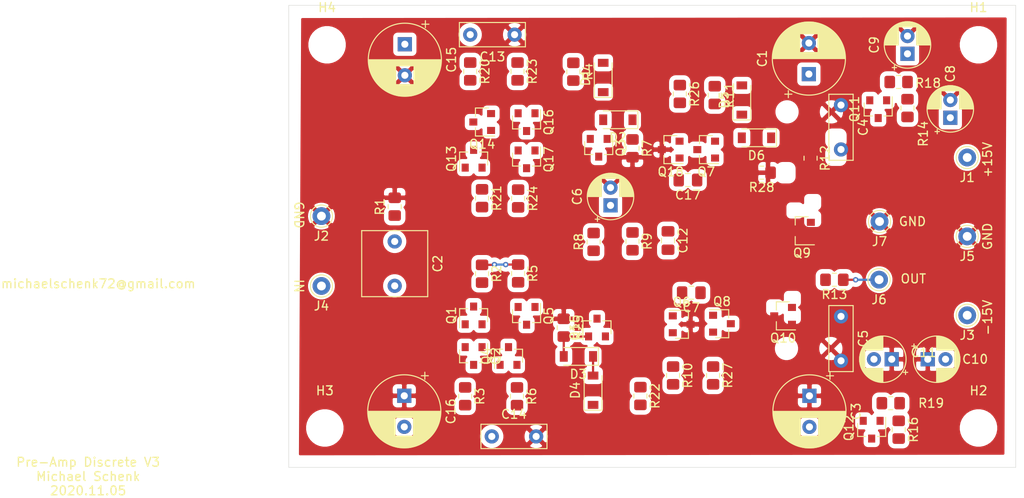
<source format=kicad_pcb>
(kicad_pcb (version 20171130) (host pcbnew "(5.1.8-0-10_14)")
  (layers (0 F.Cu signal) (31 B.Cu signal) (34 B.Paste user) (35 F.Paste user) (36 B.SilkS user) (37 F.SilkS user) (38 B.Mask user) (39 F.Mask user) (44 Edge.Cuts user))
  (net 0 "")
  (net 1 GND)
  (net 2 +15V)
  (net 3 "Net-(C2-Pad2)")
  (net 4 "Net-(C2-Pad1)")
  (net 5 -15V)
  (net 6 "Net-(C6-Pad1)")
  (net 7 "Net-(C7-Pad2)")
  (net 8 "Net-(C8-Pad1)")
  (net 9 "Net-(C9-Pad1)")
  (net 10 "Net-(C10-Pad2)")
  (net 11 "Net-(C11-Pad2)")
  (net 12 "Net-(D1-Pad1)")
  (net 13 "Net-(D2-Pad1)")
  (net 14 "Net-(J6-Pad1)")
  (net 15 "Net-(Q1-Pad2)")
  (net 16 "Net-(Q2-Pad2)")
  (net 17 "Net-(Q2-Pad1)")
  (net 18 "Net-(Q3-Pad3)")
  (net 19 "Net-(Q3-Pad2)")
  (net 20 "Net-(Q4-Pad2)")
  (net 21 "Net-(Q5-Pad2)")
  (net 22 "Net-(Q6-Pad2)")
  (net 23 "Net-(Q7-Pad2)")
  (net 24 "Net-(Q9-Pad2)")
  (net 25 "Net-(C12-Pad2)")
  (net 26 "Net-(C12-Pad1)")
  (net 27 "Net-(Q11-Pad1)")
  (net 28 "Net-(Q12-Pad1)")
  (net 29 "Net-(C17-Pad1)")
  (net 30 "Net-(C17-Pad2)")
  (net 31 "Net-(D3-Pad2)")
  (net 32 "Net-(D3-Pad1)")
  (net 33 "Net-(D5-Pad1)")
  (net 34 "Net-(D6-Pad1)")
  (net 35 "Net-(Q18-Pad2)")
  (net 36 "Net-(Q8-Pad2)")
  (net 37 "Net-(Q13-Pad2)")
  (net 38 "Net-(Q14-Pad2)")
  (net 39 "Net-(Q14-Pad1)")
  (net 40 "Net-(Q15-Pad3)")
  (net 41 "Net-(Q15-Pad2)")
  (net 42 "Net-(Q16-Pad2)")
  (net 43 "Net-(Q17-Pad2)")
  (module Capacitor_THT:CP_Radial_D5.0mm_P2.00mm (layer F.Cu) (at 158.1785 118.4275 90)
    (fp_text reference C6 (at 1 -3.75 90) (layer F.SilkS))
    (fp_text value 100uF)
    (pad 2 thru_hole circle (at 2 0 90) (size 1.6 1.6) (drill 0.8) (layers *.Cu *.Mask) (net 1 GND))
    (pad 1 thru_hole rect (at 0 0 90) (size 1.6 1.6) (drill 0.8) (layers *.Cu *.Mask) (net 6 "Net-(C6-Pad1)"))
  )
  (module Package_TO_SOT_SMD:SOT-23 (layer F.Cu) (at 164.957 112.141 180)
    (fp_text reference Q18 (at 0 -2.5) (layer F.SilkS))
    (fp_text value BC860C)
    (pad 3 smd rect (at 1 0 180) (size 0.9 0.8) (layers F.Cu F.Paste F.Mask) (net 1 GND))
    (pad 2 smd rect (at -1 0.95 180) (size 0.9 0.8) (layers F.Cu F.Paste F.Mask) (net 35 "Net-(Q18-Pad2)"))
    (pad 1 smd rect (at -1 -0.95 180) (size 0.9 0.8) (layers F.Cu F.Paste F.Mask) (net 30 "Net-(C17-Pad2)"))
  )
  (module Resistor_SMD:R_0805_2012Metric_Pad1.20x1.40mm_HandSolder (layer F.Cu) (at 183.404 126.8095 180)
    (fp_text reference R13 (at 0 -1.65) (layer F.SilkS))
    (fp_text value 47R)
    (pad 2 smd roundrect (at 1 0 180) (size 1.2 1.4) (layers F.Cu F.Paste F.Mask) (roundrect_rratio 0.208333) (net 26 "Net-(C12-Pad1)"))
    (pad 1 smd roundrect (at -1 0 180) (size 1.2 1.4) (layers F.Cu F.Paste F.Mask) (roundrect_rratio 0.208333) (net 14 "Net-(J6-Pad1)"))
  )
  (module Resistor_SMD:R_0805_2012Metric_Pad1.20x1.40mm_HandSolder (layer F.Cu) (at 175.2125 114.7445 180)
    (fp_text reference R28 (at 0 -1.65) (layer F.SilkS))
    (fp_text value 10k)
    (pad 2 smd roundrect (at 1 0 180) (size 1.2 1.4) (layers F.Cu F.Paste F.Mask) (roundrect_rratio 0.208333) (net 1 GND))
    (pad 1 smd roundrect (at -1 0 180) (size 1.2 1.4) (layers F.Cu F.Paste F.Mask) (roundrect_rratio 0.208333) (net 34 "Net-(D6-Pad1)"))
  )
  (module Resistor_SMD:R_0805_2012Metric_Pad1.20x1.40mm_HandSolder (layer F.Cu) (at 169.7355 137.5885 270)
    (fp_text reference R27 (at 0 -1.65 90) (layer F.SilkS))
    (fp_text value 39R)
    (pad 2 smd roundrect (at 1 0 270) (size 1.2 1.4) (layers F.Cu F.Paste F.Mask) (roundrect_rratio 0.208333) (net 5 -15V))
    (pad 1 smd roundrect (at -1 0 270) (size 1.2 1.4) (layers F.Cu F.Paste F.Mask) (roundrect_rratio 0.208333) (net 36 "Net-(Q8-Pad2)"))
  )
  (module Resistor_SMD:R_0805_2012Metric_Pad1.20x1.40mm_HandSolder (layer F.Cu) (at 165.989 105.8705 270)
    (fp_text reference R26 (at 0 -1.65 90) (layer F.SilkS))
    (fp_text value 2k2)
    (pad 2 smd roundrect (at 1 0 270) (size 1.2 1.4) (layers F.Cu F.Paste F.Mask) (roundrect_rratio 0.208333) (net 35 "Net-(Q18-Pad2)"))
    (pad 1 smd roundrect (at -1 0 270) (size 1.2 1.4) (layers F.Cu F.Paste F.Mask) (roundrect_rratio 0.208333) (net 2 +15V))
  )
  (module Resistor_SMD:R_0805_2012Metric_Pad1.20x1.40mm_HandSolder (layer F.Cu) (at 152.908 132.207 270)
    (fp_text reference R25 (at 0 -1.65 90) (layer F.SilkS))
    (fp_text value 10k)
    (pad 2 smd roundrect (at 1 0 270) (size 1.2 1.4) (layers F.Cu F.Paste F.Mask) (roundrect_rratio 0.208333) (net 31 "Net-(D3-Pad2)"))
    (pad 1 smd roundrect (at -1 0 270) (size 1.2 1.4) (layers F.Cu F.Paste F.Mask) (roundrect_rratio 0.208333) (net 1 GND))
  )
  (module Resistor_SMD:R_0805_2012Metric_Pad1.20x1.40mm_HandSolder (layer F.Cu) (at 147.7645 117.6495 270)
    (fp_text reference R24 (at 0 -1.65 90) (layer F.SilkS))
    (fp_text value 100R)
    (pad 2 smd roundrect (at 1 0 270) (size 1.2 1.4) (layers F.Cu F.Paste F.Mask) (roundrect_rratio 0.208333) (net 40 "Net-(Q15-Pad3)"))
    (pad 1 smd roundrect (at -1 0 270) (size 1.2 1.4) (layers F.Cu F.Paste F.Mask) (roundrect_rratio 0.208333) (net 43 "Net-(Q17-Pad2)"))
  )
  (module Resistor_SMD:R_0805_2012Metric_Pad1.20x1.40mm_HandSolder (layer F.Cu) (at 147.701 103.3305 270)
    (fp_text reference R23 (at 0 -1.65 90) (layer F.SilkS))
    (fp_text value 68R)
    (pad 2 smd roundrect (at 1 0 270) (size 1.2 1.4) (layers F.Cu F.Paste F.Mask) (roundrect_rratio 0.208333) (net 42 "Net-(Q16-Pad2)"))
    (pad 1 smd roundrect (at -1 0 270) (size 1.2 1.4) (layers F.Cu F.Paste F.Mask) (roundrect_rratio 0.208333) (net 2 +15V))
  )
  (module Resistor_SMD:R_0805_2012Metric_Pad1.20x1.40mm_HandSolder (layer F.Cu) (at 161.544 139.9065 270)
    (fp_text reference R22 (at 0 -1.65 90) (layer F.SilkS))
    (fp_text value 220R)
    (pad 2 smd roundrect (at 1 0 270) (size 1.2 1.4) (layers F.Cu F.Paste F.Mask) (roundrect_rratio 0.208333) (net 5 -15V))
    (pad 1 smd roundrect (at -1 0 270) (size 1.2 1.4) (layers F.Cu F.Paste F.Mask) (roundrect_rratio 0.208333) (net 41 "Net-(Q15-Pad2)"))
  )
  (module Resistor_SMD:R_0805_2012Metric_Pad1.20x1.40mm_HandSolder (layer F.Cu) (at 143.7005 117.618 270)
    (fp_text reference R21 (at 0 -1.65 90) (layer F.SilkS))
    (fp_text value 100R)
    (pad 2 smd roundrect (at 1 0 270) (size 1.2 1.4) (layers F.Cu F.Paste F.Mask) (roundrect_rratio 0.208333) (net 40 "Net-(Q15-Pad3)"))
    (pad 1 smd roundrect (at -1 0 270) (size 1.2 1.4) (layers F.Cu F.Paste F.Mask) (roundrect_rratio 0.208333) (net 37 "Net-(Q13-Pad2)"))
  )
  (module Resistor_SMD:R_0805_2012Metric_Pad1.20x1.40mm_HandSolder (layer F.Cu) (at 142.367 103.3305 270)
    (fp_text reference R20 (at 0 -1.65 90) (layer F.SilkS))
    (fp_text value 68R)
    (pad 2 smd roundrect (at 1 0 270) (size 1.2 1.4) (layers F.Cu F.Paste F.Mask) (roundrect_rratio 0.208333) (net 38 "Net-(Q14-Pad2)"))
    (pad 1 smd roundrect (at -1 0 270) (size 1.2 1.4) (layers F.Cu F.Paste F.Mask) (roundrect_rratio 0.208333) (net 2 +15V))
  )
  (module Package_TO_SOT_SMD:SOT-23 (layer F.Cu) (at 148.717 113.2365 270)
    (fp_text reference Q17 (at 0 -2.5 90) (layer F.SilkS))
    (fp_text value BC850C)
    (pad 3 smd rect (at 1 0 270) (size 0.9 0.8) (layers F.Cu F.Paste F.Mask) (net 39 "Net-(Q14-Pad1)"))
    (pad 2 smd rect (at -1 0.95 270) (size 0.9 0.8) (layers F.Cu F.Paste F.Mask) (net 43 "Net-(Q17-Pad2)"))
    (pad 1 smd rect (at -1 -0.95 270) (size 0.9 0.8) (layers F.Cu F.Paste F.Mask) (net 25 "Net-(C12-Pad2)"))
  )
  (module Package_TO_SOT_SMD:SOT-23 (layer F.Cu) (at 148.717 109.0455 270)
    (fp_text reference Q16 (at 0 -2.5 90) (layer F.SilkS))
    (fp_text value BC860C)
    (pad 3 smd rect (at 1 0 270) (size 0.9 0.8) (layers F.Cu F.Paste F.Mask) (net 39 "Net-(Q14-Pad1)"))
    (pad 2 smd rect (at -1 0.95 270) (size 0.9 0.8) (layers F.Cu F.Paste F.Mask) (net 42 "Net-(Q16-Pad2)"))
    (pad 1 smd rect (at -1 -0.95 270) (size 0.9 0.8) (layers F.Cu F.Paste F.Mask) (net 39 "Net-(Q14-Pad1)"))
  )
  (module Package_TO_SOT_SMD:SOT-23 (layer F.Cu) (at 156.6545 132.191 90)
    (fp_text reference Q15 (at 0 -2.5 90) (layer F.SilkS))
    (fp_text value BC850C)
    (pad 3 smd rect (at 1 0 90) (size 0.9 0.8) (layers F.Cu F.Paste F.Mask) (net 40 "Net-(Q15-Pad3)"))
    (pad 2 smd rect (at -1 0.95 90) (size 0.9 0.8) (layers F.Cu F.Paste F.Mask) (net 41 "Net-(Q15-Pad2)"))
    (pad 1 smd rect (at -1 -0.95 90) (size 0.9 0.8) (layers F.Cu F.Paste F.Mask) (net 31 "Net-(D3-Pad2)"))
  )
  (module Package_TO_SOT_SMD:SOT-23 (layer F.Cu) (at 143.7165 109.032 180)
    (fp_text reference Q14 (at 0 -2.5) (layer F.SilkS))
    (fp_text value BC860C)
    (pad 3 smd rect (at 1 0 180) (size 0.9 0.8) (layers F.Cu F.Paste F.Mask) (net 30 "Net-(C17-Pad2)"))
    (pad 2 smd rect (at -1 0.95 180) (size 0.9 0.8) (layers F.Cu F.Paste F.Mask) (net 38 "Net-(Q14-Pad2)"))
    (pad 1 smd rect (at -1 -0.95 180) (size 0.9 0.8) (layers F.Cu F.Paste F.Mask) (net 39 "Net-(Q14-Pad1)"))
  )
  (module Package_TO_SOT_SMD:SOT-23 (layer F.Cu) (at 142.7505 113.173 90)
    (fp_text reference Q13 (at 0 -2.5 90) (layer F.SilkS))
    (fp_text value BC850C)
    (pad 3 smd rect (at 1 0 90) (size 0.9 0.8) (layers F.Cu F.Paste F.Mask) (net 30 "Net-(C17-Pad2)"))
    (pad 2 smd rect (at -1 0.95 90) (size 0.9 0.8) (layers F.Cu F.Paste F.Mask) (net 37 "Net-(Q13-Pad2)"))
    (pad 1 smd rect (at -1 -0.95 90) (size 0.9 0.8) (layers F.Cu F.Paste F.Mask) (net 4 "Net-(C2-Pad1)"))
  )
  (module Diode_SMD:D_SOD-123 (layer F.Cu) (at 174.624 110.8075 180)
    (fp_text reference D6 (at 0 -2) (layer F.SilkS))
    (fp_text value 1N4148W)
    (pad 2 smd rect (at 1.65 0 180) (size 0.9 1.2) (layers F.Cu F.Paste F.Mask) (net 33 "Net-(D5-Pad1)"))
    (pad 1 smd rect (at -1.65 0 180) (size 0.9 1.2) (layers F.Cu F.Paste F.Mask) (net 34 "Net-(D6-Pad1)"))
  )
  (module Diode_SMD:D_SOD-123 (layer F.Cu) (at 172.974 106.552 90)
    (fp_text reference D5 (at 0 -2 90) (layer F.SilkS))
    (fp_text value 1N4148W)
    (pad 2 smd rect (at 1.65 0 90) (size 0.9 1.2) (layers F.Cu F.Paste F.Mask) (net 2 +15V))
    (pad 1 smd rect (at -1.65 0 90) (size 0.9 1.2) (layers F.Cu F.Paste F.Mask) (net 33 "Net-(D5-Pad1)"))
  )
  (module Diode_SMD:D_SOD-123 (layer F.Cu) (at 156.21 139.2565 90)
    (fp_text reference D4 (at 0 -2 90) (layer F.SilkS))
    (fp_text value 1N4148W)
    (pad 2 smd rect (at 1.65 0 90) (size 0.9 1.2) (layers F.Cu F.Paste F.Mask) (net 32 "Net-(D3-Pad1)"))
    (pad 1 smd rect (at -1.65 0 90) (size 0.9 1.2) (layers F.Cu F.Paste F.Mask) (net 5 -15V))
  )
  (module Diode_SMD:D_SOD-123 (layer F.Cu) (at 154.559 135.4455 180)
    (fp_text reference D3 (at 0 -2) (layer F.SilkS))
    (fp_text value 1N4148W)
    (pad 2 smd rect (at 1.65 0 180) (size 0.9 1.2) (layers F.Cu F.Paste F.Mask) (net 31 "Net-(D3-Pad2)"))
    (pad 1 smd rect (at -1.65 0 180) (size 0.9 1.2) (layers F.Cu F.Paste F.Mask) (net 32 "Net-(D3-Pad1)"))
  )
  (module Capacitor_SMD:C_0805_2012Metric_Pad1.18x1.45mm_HandSolder (layer F.Cu) (at 166.8995 115.57 180)
    (fp_text reference C17 (at 0 -1.68) (layer F.SilkS))
    (fp_text value 270pF)
    (pad 2 smd roundrect (at 1.0375 0 180) (size 1.175 1.45) (layers F.Cu F.Paste F.Mask) (roundrect_rratio 0.212766) (net 30 "Net-(C17-Pad2)"))
    (pad 1 smd roundrect (at -1.0375 0 180) (size 1.175 1.45) (layers F.Cu F.Paste F.Mask) (roundrect_rratio 0.212766) (net 29 "Net-(C17-Pad1)"))
  )
  (module Capacitor_THT:CP_Radial_D8.0mm_P3.50mm (layer F.Cu) (at 134.9375 139.883 270)
    (fp_text reference C16 (at 1.75 -5.25 90) (layer F.SilkS))
    (fp_text value 220uF)
    (pad 2 thru_hole circle (at 3.5 0 270) (size 1.6 1.6) (drill 0.8) (layers *.Cu *.Mask) (net 5 -15V))
    (pad 1 thru_hole rect (at 0 0 270) (size 1.6 1.6) (drill 0.8) (layers *.Cu *.Mask) (net 1 GND))
  )
  (module Capacitor_THT:CP_Radial_D8.0mm_P3.50mm (layer F.Cu) (at 135.001 100.2665 270)
    (fp_text reference C15 (at 1.75 -5.25 90) (layer F.SilkS))
    (fp_text value 220uF)
    (pad 2 thru_hole circle (at 3.5 0 270) (size 1.6 1.6) (drill 0.8) (layers *.Cu *.Mask) (net 1 GND))
    (pad 1 thru_hole rect (at 0 0 270) (size 1.6 1.6) (drill 0.8) (layers *.Cu *.Mask) (net 2 +15V))
  )
  (module Capacitor_THT:CP_Radial_D8.0mm_P3.50mm (layer F.Cu) (at 180.594 139.8905 270)
    (fp_text reference C3 (at 1.75 -5.25 90) (layer F.SilkS))
    (fp_text value 220uF)
    (pad 2 thru_hole circle (at 3.5 0 270) (size 1.6 1.6) (drill 0.8) (layers *.Cu *.Mask) (net 5 -15V))
    (pad 1 thru_hole rect (at 0 0 270) (size 1.6 1.6) (drill 0.8) (layers *.Cu *.Mask) (net 1 GND))
  )
  (module Capacitor_THT:CP_Radial_D8.0mm_P3.50mm (layer F.Cu) (at 180.5305 103.632 90)
    (fp_text reference C1 (at 1.75 -5.25 90) (layer F.SilkS))
    (fp_text value 220uF)
    (pad 2 thru_hole circle (at 3.5 0 90) (size 1.6 1.6) (drill 0.8) (layers *.Cu *.Mask) (net 1 GND))
    (pad 1 thru_hole rect (at 0 0 90) (size 1.6 1.6) (drill 0.8) (layers *.Cu *.Mask) (net 2 +15V))
  )
  (module Capacitor_THT:CP_Radial_D5.0mm_P2.00mm (layer F.Cu) (at 189.865 135.763 180)
    (fp_text reference C11 (at -3.588 0.762) (layer F.SilkS))
    (fp_text value 100uF)
    (pad 2 thru_hole circle (at 2 0 180) (size 1.6 1.6) (drill 0.8) (layers *.Cu *.Mask) (net 11 "Net-(C11-Pad2)"))
    (pad 1 thru_hole rect (at 0 0 180) (size 1.6 1.6) (drill 0.8) (layers *.Cu *.Mask) (net 1 GND))
  )
  (module Capacitor_THT:CP_Radial_D5.0mm_P2.00mm (layer F.Cu) (at 193.929 135.763)
    (fp_text reference C10 (at 5.334 0) (layer F.SilkS))
    (fp_text value 100uF)
    (pad 2 thru_hole circle (at 2 0) (size 1.6 1.6) (drill 0.8) (layers *.Cu *.Mask) (net 10 "Net-(C10-Pad2)"))
    (pad 1 thru_hole rect (at 0 0) (size 1.6 1.6) (drill 0.8) (layers *.Cu *.Mask) (net 1 GND))
  )
  (module Capacitor_THT:CP_Radial_D5.0mm_P2.00mm (layer F.Cu) (at 191.643 101.346 90)
    (fp_text reference C9 (at 1 -3.75 90) (layer F.SilkS))
    (fp_text value 100uF)
    (pad 2 thru_hole circle (at 2 0 90) (size 1.6 1.6) (drill 0.8) (layers *.Cu *.Mask) (net 1 GND))
    (pad 1 thru_hole rect (at 0 0 90) (size 1.6 1.6) (drill 0.8) (layers *.Cu *.Mask) (net 9 "Net-(C9-Pad1)"))
  )
  (module Capacitor_THT:CP_Radial_D5.0mm_P2.00mm (layer F.Cu) (at 196.469 108.553 90)
    (fp_text reference C8 (at 4.953 0 90) (layer F.SilkS))
    (fp_text value 100uF)
    (pad 2 thru_hole circle (at 2 0 90) (size 1.6 1.6) (drill 0.8) (layers *.Cu *.Mask) (net 1 GND))
    (pad 1 thru_hole rect (at 0 0 90) (size 1.6 1.6) (drill 0.8) (layers *.Cu *.Mask) (net 8 "Net-(C8-Pad1)"))
  )
  (module Resistor_SMD:R_0805_2012Metric_Pad1.20x1.40mm_HandSolder (layer F.Cu) (at 189.754 140.716 180)
    (fp_text reference R19 (at -4.556 0) (layer F.SilkS))
    (fp_text value 100R)
    (pad 2 smd roundrect (at 1 0 180) (size 1.2 1.4) (layers F.Cu F.Paste F.Mask) (roundrect_rratio 0.208333) (net 28 "Net-(Q12-Pad1)"))
    (pad 1 smd roundrect (at -1 0 180) (size 1.2 1.4) (layers F.Cu F.Paste F.Mask) (roundrect_rratio 0.208333) (net 11 "Net-(C11-Pad2)"))
  )
  (module Resistor_SMD:R_0805_2012Metric_Pad1.20x1.40mm_HandSolder (layer F.Cu) (at 190.643 104.521 180)
    (fp_text reference R18 (at -3.318 -0.127) (layer F.SilkS))
    (fp_text value 100R)
    (pad 2 smd roundrect (at 1 0 180) (size 1.2 1.4) (layers F.Cu F.Paste F.Mask) (roundrect_rratio 0.208333) (net 27 "Net-(Q11-Pad1)"))
    (pad 1 smd roundrect (at -1 0 180) (size 1.2 1.4) (layers F.Cu F.Paste F.Mask) (roundrect_rratio 0.208333) (net 9 "Net-(C9-Pad1)"))
  )
  (module Resistor_SMD:R_0805_2012Metric_Pad1.20x1.40mm_HandSolder (layer F.Cu) (at 191.643 107.458 270)
    (fp_text reference R14 (at 2.905 -1.778 90) (layer F.SilkS))
    (fp_text value 10k)
    (pad 2 smd roundrect (at 1 0 270) (size 1.2 1.4) (layers F.Cu F.Paste F.Mask) (roundrect_rratio 0.208333) (net 8 "Net-(C8-Pad1)"))
    (pad 1 smd roundrect (at -1 0 270) (size 1.2 1.4) (layers F.Cu F.Paste F.Mask) (roundrect_rratio 0.208333) (net 9 "Net-(C9-Pad1)"))
  )
  (module Capacitor_THT:C_Rect_L7.2mm_W2.5mm_P5.00mm_FKS2_FKP2_MKS2_MKP2 (layer F.Cu) (at 144.7965 144.4625)
    (fp_text reference C14 (at 2.5 -2.5) (layer F.SilkS))
    (fp_text value 100nF)
    (pad 2 thru_hole circle (at 5 0) (size 1.6 1.6) (drill 0.8) (layers *.Cu *.Mask) (net 1 GND))
    (pad 1 thru_hole circle (at 0 0) (size 1.6 1.6) (drill 0.8) (layers *.Cu *.Mask) (net 5 -15V))
  )
  (module Capacitor_THT:C_Rect_L7.2mm_W2.5mm_P5.00mm_FKS2_FKP2_MKS2_MKP2 (layer F.Cu) (at 147.367 99.187 180)
    (fp_text reference C13 (at 2.5 -2.5) (layer F.SilkS))
    (fp_text value 100nF)
    (pad 2 thru_hole circle (at 5 0 180) (size 1.6 1.6) (drill 0.8) (layers *.Cu *.Mask) (net 2 +15V))
    (pad 1 thru_hole circle (at 0 0 180) (size 1.6 1.6) (drill 0.8) (layers *.Cu *.Mask) (net 1 GND))
  )
  (module Capacitor_THT:C_Rect_L7.2mm_W2.5mm_P5.00mm_FKS2_FKP2_MKS2_MKP2 (layer F.Cu) (at 184.15 130.937 270)
    (fp_text reference C5 (at 2.5 -2.5 90) (layer F.SilkS))
    (fp_text value 100nF)
    (pad 2 thru_hole circle (at 5 0 270) (size 1.6 1.6) (drill 0.8) (layers *.Cu *.Mask) (net 1 GND))
    (pad 1 thru_hole circle (at 0 0 270) (size 1.6 1.6) (drill 0.8) (layers *.Cu *.Mask) (net 5 -15V))
  )
  (module Capacitor_THT:C_Rect_L7.2mm_W2.5mm_P5.00mm_FKS2_FKP2_MKS2_MKP2 (layer F.Cu) (at 184.15 107.1245 270)
    (fp_text reference C4 (at 2.5 -2.5 90) (layer F.SilkS))
    (fp_text value 100nF)
    (pad 2 thru_hole circle (at 5 0 270) (size 1.6 1.6) (drill 0.8) (layers *.Cu *.Mask) (net 2 +15V))
    (pad 1 thru_hole circle (at 0 0 270) (size 1.6 1.6) (drill 0.8) (layers *.Cu *.Mask) (net 1 GND))
  )
  (module Connector_Pin:Pin_D1.0mm_L10.0mm (layer F.Cu) (at 188.4934 120.2436)
    (fp_text reference J7 (at 0 2.25) (layer F.SilkS))
    (fp_text value Conn_01x01)
    (pad 1 thru_hole circle (at 0 0) (size 2 2) (drill 1) (layers *.Cu *.Mask) (net 1 GND))
  )
  (module Connector_Pin:Pin_D1.0mm_L10.0mm (layer F.Cu) (at 188.4426 126.7968)
    (fp_text reference J6 (at 0 2.25) (layer F.SilkS))
    (fp_text value Conn_01x01)
    (pad 1 thru_hole circle (at 0 0) (size 2 2) (drill 1) (layers *.Cu *.Mask) (net 14 "Net-(J6-Pad1)"))
  )
  (module Connector_Pin:Pin_D1.0mm_L10.0mm (layer F.Cu) (at 198.374 121.92)
    (fp_text reference J5 (at 0 2.25) (layer F.SilkS))
    (fp_text value Conn_01x01)
    (pad 1 thru_hole circle (at 0 0) (size 2 2) (drill 1) (layers *.Cu *.Mask) (net 1 GND))
  )
  (module Connector_Pin:Pin_D1.0mm_L10.0mm (layer F.Cu) (at 125.603 127.508)
    (fp_text reference J4 (at 0 2.25) (layer F.SilkS))
    (fp_text value Conn_01x01)
    (pad 1 thru_hole circle (at 0 0) (size 2 2) (drill 1) (layers *.Cu *.Mask) (net 3 "Net-(C2-Pad2)"))
  )
  (module Connector_Pin:Pin_D1.0mm_L10.0mm (layer F.Cu) (at 198.374 130.81)
    (fp_text reference J3 (at 0 2.25) (layer F.SilkS))
    (fp_text value Conn_01x01)
    (pad 1 thru_hole circle (at 0 0) (size 2 2) (drill 1) (layers *.Cu *.Mask) (net 10 "Net-(C10-Pad2)"))
  )
  (module Connector_Pin:Pin_D1.0mm_L10.0mm (layer F.Cu) (at 125.603 119.634)
    (fp_text reference J2 (at 0 2.25) (layer F.SilkS))
    (fp_text value Conn_01x01)
    (pad 1 thru_hole circle (at 0 0) (size 2 2) (drill 1) (layers *.Cu *.Mask) (net 1 GND))
  )
  (module Connector_Pin:Pin_D1.0mm_L10.0mm (layer F.Cu) (at 198.374 113.03)
    (fp_text reference J1 (at 0 2.25) (layer F.SilkS))
    (fp_text value Conn_01x01)
    (pad 1 thru_hole circle (at 0 0) (size 2 2) (drill 1) (layers *.Cu *.Mask) (net 8 "Net-(C8-Pad1)"))
  )
  (module Package_TO_SOT_SMD:SOT-23 (layer F.Cu) (at 146.6825 135.398 90)
    (fp_text reference Q4 (at 0 -2.5 90) (layer F.SilkS))
    (fp_text value BC850C)
    (pad 3 smd rect (at 1 0 90) (size 0.9 0.8) (layers F.Cu F.Paste F.Mask) (net 17 "Net-(Q2-Pad1)"))
    (pad 2 smd rect (at -1 0.95 90) (size 0.9 0.8) (layers F.Cu F.Paste F.Mask) (net 20 "Net-(Q4-Pad2)"))
    (pad 1 smd rect (at -1 -0.95 90) (size 0.9 0.8) (layers F.Cu F.Paste F.Mask) (net 17 "Net-(Q2-Pad1)"))
  )
  (module Package_TO_SOT_SMD:SOT-23 (layer F.Cu) (at 177.6255 130.876 180)
    (fp_text reference Q10 (at 0 -2.5) (layer F.SilkS))
    (fp_text value BC860C)
    (pad 3 smd rect (at 1 0 180) (size 0.9 0.8) (layers F.Cu F.Paste F.Mask) (net 5 -15V))
    (pad 2 smd rect (at -1 0.95 180) (size 0.9 0.8) (layers F.Cu F.Paste F.Mask) (net 26 "Net-(C12-Pad1)"))
    (pad 1 smd rect (at -1 -0.95 180) (size 0.9 0.8) (layers F.Cu F.Paste F.Mask) (net 29 "Net-(C17-Pad1)"))
  )
  (module Resistor_SMD:R_0805_2012Metric_Pad1.20x1.40mm_HandSolder (layer F.Cu) (at 153.9875 103.362 270)
    (fp_text reference R4 (at 0 -1.65 90) (layer F.SilkS))
    (fp_text value 220R)
    (pad 2 smd roundrect (at 1 0 270) (size 1.2 1.4) (layers F.Cu F.Paste F.Mask) (roundrect_rratio 0.2083325) (net 19 "Net-(Q3-Pad2)"))
    (pad 1 smd roundrect (at -1 0 270) (size 1.2 1.4) (layers F.Cu F.Paste F.Mask) (roundrect_rratio 0.2083325) (net 2 +15V))
  )
  (module Capacitor_SMD:C_0805_2012Metric_Pad1.18x1.45mm_HandSolder (layer F.Cu) (at 167.2805 128.27 180)
    (fp_text reference C7 (at 0 -1.68) (layer F.SilkS))
    (fp_text value 270pF)
    (pad 2 smd roundrect (at 1.0375 0 180) (size 1.175 1.45) (layers F.Cu F.Paste F.Mask) (roundrect_rratio 0.2127659574468085) (net 7 "Net-(C7-Pad2)"))
    (pad 1 smd roundrect (at -1.0375 0 180) (size 1.175 1.45) (layers F.Cu F.Paste F.Mask) (roundrect_rratio 0.2127659574468085) (net 29 "Net-(C17-Pad1)"))
  )
  (module Capacitor_SMD:C_0805_2012Metric_Pad1.18x1.45mm_HandSolder (layer F.Cu) (at 164.6555 122.386 270)
    (fp_text reference C12 (at 0 -1.68 90) (layer F.SilkS))
    (fp_text value 4.7pF)
    (pad 2 smd roundrect (at 1.0375 0 270) (size 1.175 1.45) (layers F.Cu F.Paste F.Mask) (roundrect_rratio 0.2127659574468085) (net 25 "Net-(C12-Pad2)"))
    (pad 1 smd roundrect (at -1.0375 0 270) (size 1.175 1.45) (layers F.Cu F.Paste F.Mask) (roundrect_rratio 0.2127659574468085) (net 26 "Net-(C12-Pad1)"))
  )
  (module Package_TO_SOT_SMD:SOT-23 (layer F.Cu) (at 179.7525 121.2875 180)
    (fp_text reference Q9 (at 0 -2.5) (layer F.SilkS))
    (fp_text value BC860C)
    (pad 1 smd rect (at -1 -0.95 180) (size 0.9 0.8) (layers F.Cu F.Paste F.Mask) (net 34 "Net-(D6-Pad1)"))
    (pad 2 smd rect (at -1 0.95 180) (size 0.9 0.8) (layers F.Cu F.Paste F.Mask) (net 24 "Net-(Q9-Pad2)"))
    (pad 3 smd rect (at 1 0 180) (size 0.9 0.8) (layers F.Cu F.Paste F.Mask) (net 26 "Net-(C12-Pad1)"))
  )
  (module Resistor_SMD:R_0805_2012Metric_Pad1.20x1.40mm_HandSolder (layer F.Cu) (at 133.858 118.5705 90)
    (fp_text reference R1 (at 0 -1.65 90) (layer F.SilkS))
    (fp_text value 22k)
    (pad 2 smd roundrect (at 1 0 90) (size 1.2 1.4) (layers F.Cu F.Paste F.Mask) (roundrect_rratio 0.2083325) (net 1 GND))
    (pad 1 smd roundrect (at -1 0 90) (size 1.2 1.4) (layers F.Cu F.Paste F.Mask) (roundrect_rratio 0.2083325) (net 4 "Net-(C2-Pad1)"))
  )
  (module Resistor_SMD:R_0805_2012Metric_Pad1.20x1.40mm_HandSolder (layer F.Cu) (at 190.6524 143.7038 270)
    (fp_text reference R16 (at 0 -1.65 90) (layer F.SilkS))
    (fp_text value 10k)
    (pad 2 smd roundrect (at 1 0 270) (size 1.2 1.4) (layers F.Cu F.Paste F.Mask) (roundrect_rratio 0.2083325) (net 10 "Net-(C10-Pad2)"))
    (pad 1 smd roundrect (at -1 0 270) (size 1.2 1.4) (layers F.Cu F.Paste F.Mask) (roundrect_rratio 0.2083325) (net 11 "Net-(C11-Pad2)"))
  )
  (module Resistor_SMD:R_0805_2012Metric_Pad1.20x1.40mm_HandSolder (layer F.Cu) (at 180.721 113.1095 270)
    (fp_text reference R12 (at 0 -1.65 90) (layer F.SilkS))
    (fp_text value 100R)
    (pad 2 smd roundrect (at 1 0 270) (size 1.2 1.4) (layers F.Cu F.Paste F.Mask) (roundrect_rratio 0.2083325) (net 24 "Net-(Q9-Pad2)"))
    (pad 1 smd roundrect (at -1 0 270) (size 1.2 1.4) (layers F.Cu F.Paste F.Mask) (roundrect_rratio 0.2083325) (net 2 +15V))
  )
  (module Resistor_SMD:R_0805_2012Metric_Pad1.20x1.40mm_HandSolder (layer F.Cu) (at 169.926 105.9975 270)
    (fp_text reference R11 (at 0 -1.65 90) (layer F.SilkS))
    (fp_text value 39R)
    (pad 2 smd roundrect (at 1 0 270) (size 1.2 1.4) (layers F.Cu F.Paste F.Mask) (roundrect_rratio 0.2083325) (net 23 "Net-(Q7-Pad2)"))
    (pad 1 smd roundrect (at -1 0 270) (size 1.2 1.4) (layers F.Cu F.Paste F.Mask) (roundrect_rratio 0.2083325) (net 2 +15V))
  )
  (module Resistor_SMD:R_0805_2012Metric_Pad1.20x1.40mm_HandSolder (layer F.Cu) (at 165.227 137.5885 270)
    (fp_text reference R10 (at 0 -1.65 90) (layer F.SilkS))
    (fp_text value 2k2)
    (pad 2 smd roundrect (at 1 0 270) (size 1.2 1.4) (layers F.Cu F.Paste F.Mask) (roundrect_rratio 0.2083325) (net 5 -15V))
    (pad 1 smd roundrect (at -1 0 270) (size 1.2 1.4) (layers F.Cu F.Paste F.Mask) (roundrect_rratio 0.2083325) (net 22 "Net-(Q6-Pad2)"))
  )
  (module Resistor_SMD:R_0805_2012Metric_Pad1.20x1.40mm_HandSolder (layer F.Cu) (at 160.655 122.4755 270)
    (fp_text reference R9 (at 0 -1.65 90) (layer F.SilkS))
    (fp_text value 22k)
    (pad 2 smd roundrect (at 1 0 270) (size 1.2 1.4) (layers F.Cu F.Paste F.Mask) (roundrect_rratio 0.2083325) (net 25 "Net-(C12-Pad2)"))
    (pad 1 smd roundrect (at -1 0 270) (size 1.2 1.4) (layers F.Cu F.Paste F.Mask) (roundrect_rratio 0.2083325) (net 26 "Net-(C12-Pad1)"))
  )
  (module Resistor_SMD:R_0805_2012Metric_Pad1.20x1.40mm_HandSolder (layer F.Cu) (at 156.2735 122.539 90)
    (fp_text reference R8 (at 0 -1.65 90) (layer F.SilkS))
    (fp_text value 22k)
    (pad 2 smd roundrect (at 1 0 90) (size 1.2 1.4) (layers F.Cu F.Paste F.Mask) (roundrect_rratio 0.2083325) (net 6 "Net-(C6-Pad1)"))
    (pad 1 smd roundrect (at -1 0 90) (size 1.2 1.4) (layers F.Cu F.Paste F.Mask) (roundrect_rratio 0.2083325) (net 25 "Net-(C12-Pad2)"))
  )
  (module Resistor_SMD:R_0805_2012Metric_Pad1.20x1.40mm_HandSolder (layer F.Cu) (at 160.655 111.998 270)
    (fp_text reference R7 (at 0 -1.65 90) (layer F.SilkS))
    (fp_text value 10k)
    (pad 2 smd roundrect (at 1 0 270) (size 1.2 1.4) (layers F.Cu F.Paste F.Mask) (roundrect_rratio 0.2083325) (net 1 GND))
    (pad 1 smd roundrect (at -1 0 270) (size 1.2 1.4) (layers F.Cu F.Paste F.Mask) (roundrect_rratio 0.2083325) (net 13 "Net-(D2-Pad1)"))
  )
  (module Resistor_SMD:R_0805_2012Metric_Pad1.20x1.40mm_HandSolder (layer F.Cu) (at 147.6375 139.938 270)
    (fp_text reference R6 (at 0 -1.65 90) (layer F.SilkS))
    (fp_text value 68R)
    (pad 2 smd roundrect (at 1 0 270) (size 1.2 1.4) (layers F.Cu F.Paste F.Mask) (roundrect_rratio 0.2083325) (net 5 -15V))
    (pad 1 smd roundrect (at -1 0 270) (size 1.2 1.4) (layers F.Cu F.Paste F.Mask) (roundrect_rratio 0.2083325) (net 20 "Net-(Q4-Pad2)"))
  )
  (module Resistor_SMD:R_0805_2012Metric_Pad1.20x1.40mm_HandSolder (layer F.Cu) (at 147.7645 126.095 270)
    (fp_text reference R5 (at 0 -1.65 90) (layer F.SilkS))
    (fp_text value 100R)
    (pad 2 smd roundrect (at 1 0 270) (size 1.2 1.4) (layers F.Cu F.Paste F.Mask) (roundrect_rratio 0.2083325) (net 21 "Net-(Q5-Pad2)"))
    (pad 1 smd roundrect (at -1 0 270) (size 1.2 1.4) (layers F.Cu F.Paste F.Mask) (roundrect_rratio 0.2083325) (net 18 "Net-(Q3-Pad3)"))
  )
  (module Resistor_SMD:R_0805_2012Metric_Pad1.20x1.40mm_HandSolder (layer F.Cu) (at 141.7955 139.938 270)
    (fp_text reference R3 (at 0 -1.65 90) (layer F.SilkS))
    (fp_text value 68R)
    (pad 2 smd roundrect (at 1 0 270) (size 1.2 1.4) (layers F.Cu F.Paste F.Mask) (roundrect_rratio 0.2083325) (net 5 -15V))
    (pad 1 smd roundrect (at -1 0 270) (size 1.2 1.4) (layers F.Cu F.Paste F.Mask) (roundrect_rratio 0.2083325) (net 16 "Net-(Q2-Pad2)"))
  )
  (module Resistor_SMD:R_0805_2012Metric_Pad1.20x1.40mm_HandSolder (layer F.Cu) (at 143.7005 126.127 270)
    (fp_text reference R2 (at 0 -1.65 90) (layer F.SilkS))
    (fp_text value 100R)
    (pad 2 smd roundrect (at 1 0 270) (size 1.2 1.4) (layers F.Cu F.Paste F.Mask) (roundrect_rratio 0.2083325) (net 15 "Net-(Q1-Pad2)"))
    (pad 1 smd roundrect (at -1 0 270) (size 1.2 1.4) (layers F.Cu F.Paste F.Mask) (roundrect_rratio 0.2083325) (net 18 "Net-(Q3-Pad3)"))
  )
  (module Package_TO_SOT_SMD:SOT-23 (layer F.Cu) (at 187.6044 143.7038 270)
    (fp_text reference Q12 (at -0.1938 2.5654 90) (layer F.SilkS))
    (fp_text value BC860C)
    (pad 3 smd rect (at 1 0 270) (size 0.9 0.8) (layers F.Cu F.Paste F.Mask) (net 10 "Net-(C10-Pad2)"))
    (pad 2 smd rect (at -1 0.95 270) (size 0.9 0.8) (layers F.Cu F.Paste F.Mask) (net 5 -15V))
    (pad 1 smd rect (at -1 -0.95 270) (size 0.9 0.8) (layers F.Cu F.Paste F.Mask) (net 28 "Net-(Q12-Pad1)"))
  )
  (module Package_TO_SOT_SMD:SOT-23 (layer F.Cu) (at 188.341 107.585 270)
    (fp_text reference Q11 (at -0.016 2.667 90) (layer F.SilkS))
    (fp_text value BC850C)
    (pad 3 smd rect (at 1 0 270) (size 0.9 0.8) (layers F.Cu F.Paste F.Mask) (net 8 "Net-(C8-Pad1)"))
    (pad 2 smd rect (at -1 0.95 270) (size 0.9 0.8) (layers F.Cu F.Paste F.Mask) (net 2 +15V))
    (pad 1 smd rect (at -1 -0.95 270) (size 0.9 0.8) (layers F.Cu F.Paste F.Mask) (net 27 "Net-(Q11-Pad1)"))
  )
  (module Package_TO_SOT_SMD:SOT-23 (layer F.Cu) (at 170.7355 131.76)
    (fp_text reference Q8 (at 0 -2.5) (layer F.SilkS))
    (fp_text value BC850C)
    (pad 3 smd rect (at 1 0) (size 0.9 0.8) (layers F.Cu F.Paste F.Mask) (net 29 "Net-(C17-Pad1)"))
    (pad 2 smd rect (at -1 0.95) (size 0.9 0.8) (layers F.Cu F.Paste F.Mask) (net 36 "Net-(Q8-Pad2)"))
    (pad 1 smd rect (at -1 -0.95) (size 0.9 0.8) (layers F.Cu F.Paste F.Mask) (net 22 "Net-(Q6-Pad2)"))
  )
  (module Package_TO_SOT_SMD:SOT-23 (layer F.Cu) (at 168.9575 112.141 180)
    (fp_text reference Q7 (at 0 -2.5) (layer F.SilkS))
    (fp_text value BC860C)
    (pad 3 smd rect (at 1 0 180) (size 0.9 0.8) (layers F.Cu F.Paste F.Mask) (net 29 "Net-(C17-Pad1)"))
    (pad 2 smd rect (at -1 0.95 180) (size 0.9 0.8) (layers F.Cu F.Paste F.Mask) (net 23 "Net-(Q7-Pad2)"))
    (pad 1 smd rect (at -1 -0.95 180) (size 0.9 0.8) (layers F.Cu F.Paste F.Mask) (net 35 "Net-(Q18-Pad2)"))
  )
  (module Package_TO_SOT_SMD:SOT-23 (layer F.Cu) (at 166.1955 131.826)
    (fp_text reference Q6 (at 0 -2.5) (layer F.SilkS))
    (fp_text value BC850C)
    (pad 3 smd rect (at 1 0) (size 0.9 0.8) (layers F.Cu F.Paste F.Mask) (net 1 GND))
    (pad 2 smd rect (at -1 0.95) (size 0.9 0.8) (layers F.Cu F.Paste F.Mask) (net 22 "Net-(Q6-Pad2)"))
    (pad 1 smd rect (at -1 -0.95) (size 0.9 0.8) (layers F.Cu F.Paste F.Mask) (net 7 "Net-(C7-Pad2)"))
  )
  (module Package_TO_SOT_SMD:SOT-23 (layer F.Cu) (at 148.717 130.8735 270)
    (fp_text reference Q5 (at 0 -2.5 90) (layer F.SilkS))
    (fp_text value BC860C)
    (pad 3 smd rect (at 1 0 270) (size 0.9 0.8) (layers F.Cu F.Paste F.Mask) (net 17 "Net-(Q2-Pad1)"))
    (pad 2 smd rect (at -1 0.95 270) (size 0.9 0.8) (layers F.Cu F.Paste F.Mask) (net 21 "Net-(Q5-Pad2)"))
    (pad 1 smd rect (at -1 -0.95 270) (size 0.9 0.8) (layers F.Cu F.Paste F.Mask) (net 25 "Net-(C12-Pad2)"))
  )
  (module Package_TO_SOT_SMD:SOT-23 (layer F.Cu) (at 156.8475 111.9345 270)
    (fp_text reference Q3 (at 0 -2.5 90) (layer F.SilkS))
    (fp_text value BC860C)
    (pad 3 smd rect (at 1 0 270) (size 0.9 0.8) (layers F.Cu F.Paste F.Mask) (net 18 "Net-(Q3-Pad3)"))
    (pad 2 smd rect (at -1 0.95 270) (size 0.9 0.8) (layers F.Cu F.Paste F.Mask) (net 19 "Net-(Q3-Pad2)"))
    (pad 1 smd rect (at -1 -0.95 270) (size 0.9 0.8) (layers F.Cu F.Paste F.Mask) (net 13 "Net-(D2-Pad1)"))
  )
  (module Package_TO_SOT_SMD:SOT-23 (layer F.Cu) (at 142.7505 135.398 270)
    (fp_text reference Q2 (at 0 -2.5 90) (layer F.SilkS))
    (fp_text value BC850C)
    (pad 3 smd rect (at 1 0 270) (size 0.9 0.8) (layers F.Cu F.Paste F.Mask) (net 7 "Net-(C7-Pad2)"))
    (pad 2 smd rect (at -1 0.95 270) (size 0.9 0.8) (layers F.Cu F.Paste F.Mask) (net 16 "Net-(Q2-Pad2)"))
    (pad 1 smd rect (at -1 -0.95 270) (size 0.9 0.8) (layers F.Cu F.Paste F.Mask) (net 17 "Net-(Q2-Pad1)"))
  )
  (module Package_TO_SOT_SMD:SOT-23 (layer F.Cu) (at 142.7505 130.826 90)
    (fp_text reference Q1 (at 0 -2.5 90) (layer F.SilkS))
    (fp_text value BC860C)
    (pad 3 smd rect (at 1 0 90) (size 0.9 0.8) (layers F.Cu F.Paste F.Mask) (net 7 "Net-(C7-Pad2)"))
    (pad 2 smd rect (at -1 0.95 90) (size 0.9 0.8) (layers F.Cu F.Paste F.Mask) (net 15 "Net-(Q1-Pad2)"))
    (pad 1 smd rect (at -1 -0.95 90) (size 0.9 0.8) (layers F.Cu F.Paste F.Mask) (net 4 "Net-(C2-Pad1)"))
  )
  (module MountingHole:MountingHole_3.2mm_M3 (layer F.Cu) (at 126.238 100.33)
    (fp_text reference H4 (at 0 -4.2) (layer F.SilkS))
    (fp_text value MountingHole)
    (pad 1 np_thru_hole circle (at 0 0) (size 3.2 3.2) (drill 3.2) (layers *.Cu *.Mask))
  )
  (module MountingHole:MountingHole_3.2mm_M3 (layer F.Cu) (at 125.984 143.51)
    (fp_text reference H3 (at 0 -4.2) (layer F.SilkS))
    (fp_text value MountingHole)
    (pad 1 np_thru_hole circle (at 0 0) (size 3.2 3.2) (drill 3.2) (layers *.Cu *.Mask))
  )
  (module MountingHole:MountingHole_3.2mm_M3 (layer F.Cu) (at 199.644 143.51)
    (fp_text reference H2 (at 0 -4.2) (layer F.SilkS))
    (fp_text value MountingHole)
    (pad 1 np_thru_hole circle (at 0 0) (size 3.2 3.2) (drill 3.2) (layers *.Cu *.Mask))
  )
  (module MountingHole:MountingHole_3.2mm_M3 (layer F.Cu) (at 199.644 100.33)
    (fp_text reference H1 (at 0 -4.2) (layer F.SilkS))
    (fp_text value MountingHole)
    (pad 1 np_thru_hole circle (at 0 0) (size 3.2 3.2) (drill 3.2) (layers *.Cu *.Mask))
  )
  (module Diode_SMD:D_SOD-123 (layer F.Cu) (at 159.004 108.7755 180)
    (fp_text reference D2 (at 0 -2) (layer F.SilkS))
    (fp_text value 1N4148W)
    (pad 2 smd rect (at 1.65 0 180) (size 0.9 1.2) (layers F.Cu F.Paste F.Mask) (net 12 "Net-(D1-Pad1)"))
    (pad 1 smd rect (at -1.65 0 180) (size 0.9 1.2) (layers F.Cu F.Paste F.Mask) (net 13 "Net-(D2-Pad1)"))
  )
  (module Diode_SMD:D_SOD-123 (layer F.Cu) (at 157.353 104.012 90)
    (fp_text reference D1 (at 0 -2 90) (layer F.SilkS))
    (fp_text value 1N4148W)
    (pad 2 smd rect (at 1.65 0 90) (size 0.9 1.2) (layers F.Cu F.Paste F.Mask) (net 2 +15V))
    (pad 1 smd rect (at -1.65 0 90) (size 0.9 1.2) (layers F.Cu F.Paste F.Mask) (net 12 "Net-(D1-Pad1)"))
  )
  (module Capacitor_THT:C_Rect_L7.2mm_W7.2mm_P5.00mm_FKS2_FKP2_MKS2_MKP2 (layer F.Cu) (at 133.858 122.4915 270)
    (fp_text reference C2 (at 2.5 -4.85 90) (layer F.SilkS))
    (fp_text value 2.2uF)
    (pad 2 thru_hole circle (at 5 0 270) (size 1.6 1.6) (drill 0.8) (layers *.Cu *.Mask) (net 3 "Net-(C2-Pad2)"))
    (pad 1 thru_hole circle (at 0 0 270) (size 1.6 1.6) (drill 0.8) (layers *.Cu *.Mask) (net 4 "Net-(C2-Pad1)"))
  )
  (gr_text -15V (at 200.66 131.064 90) (layer F.SilkS) (effects (font (size 1 1))))
  (gr_text michaelschenk72@gmail.com (at 100.457 127.254) (layer F.SilkS) (effects (font (size 1 1))))
  (gr_text "Pre-Amp Discrete V3\nMichael Schenk\n2020.11.05" (at 99.314 148.971) (layer F.SilkS) (effects (font (size 1 1))))
  (gr_line (start 203.835 95.885) (end 121.92 95.885) (layer Edge.Cuts) (width 0.05))
  (gr_line (start 203.835 147.955) (end 203.835 95.885) (layer Edge.Cuts) (width 0.05))
  (gr_line (start 121.92 147.955) (end 203.835 147.955) (layer Edge.Cuts) (width 0.05))
  (gr_line (start 121.92 96.52) (end 121.92 147.955) (layer Edge.Cuts) (width 0.05))
  (gr_line (start 121.92 95.885) (end 121.92 96.52) (layer Edge.Cuts) (width 0.05))
  (gr_text GND (at 192.2018 120.2436) (layer F.SilkS) (effects (font (size 1 1))))
  (gr_text OUT (at 192.3034 126.6952) (layer F.SilkS) (effects (font (size 1 1))))
  (gr_text GND (at 123.063 119.507 270) (layer F.SilkS) (effects (font (size 1 1))))
  (gr_text IN (at 123.063 127.508 270) (layer F.SilkS) (effects (font (size 1 1))))
  (gr_text GND (at 200.66 121.92 90) (layer F.SilkS) (effects (font (size 1 1))))
  (gr_text +15V (at 200.66 113.284 90) (layer F.SilkS) (effects (font (size 1 1))))
  (segment (start 135.108001 143.212499) (end 134.9375 143.383) (width 0.5) (layer B.Cu) (net 5))
  (via (at 185.801 126.8095) (size 0.6) (drill 0.3) (layers F.Cu B.Cu) (net 14))
  (segment (start 184.404 126.8095) (end 185.801 126.8095) (width 0.25) (layer F.Cu) (net 14))
  (segment (start 188.4299 126.8095) (end 188.4426 126.7968) (width 0.25) (layer B.Cu) (net 14))
  (segment (start 185.801 126.8095) (end 188.4299 126.8095) (width 0.25) (layer B.Cu) (net 14))
  (via (at 145.0975 125.095) (size 0.6) (drill 0.3) (layers F.Cu B.Cu) (net 18))
  (segment (start 145.0655 125.127) (end 145.0975 125.095) (width 0.25) (layer F.Cu) (net 18))
  (segment (start 143.7005 125.127) (end 145.0655 125.127) (width 0.25) (layer F.Cu) (net 18))
  (via (at 146.3675 125.095) (size 0.6) (drill 0.3) (layers F.Cu B.Cu) (net 18))
  (segment (start 146.3675 125.095) (end 147.7645 125.095) (width 0.25) (layer F.Cu) (net 18))
  (segment (start 145.923 125.095) (end 146.3675 125.095) (width 0.25) (layer B.Cu) (net 18))
  (segment (start 145.0975 125.095) (end 145.923 125.095) (width 0.25) (layer B.Cu) (net 18))
  (segment (start 152.909 133.208) (end 152.908 133.207) (width 0.25) (layer F.Cu) (net 31))
  (segment (start 152.909 135.4455) (end 152.909 133.208) (width 0.25) (layer F.Cu) (net 31))
  (segment (start 155.6885 133.207) (end 155.7045 133.191) (width 0.25) (layer F.Cu) (net 31))
  (segment (start 152.908 133.207) (end 155.6885 133.207) (width 0.25) (layer F.Cu) (net 31))
  (segment (start 156.21 135.4465) (end 156.209 135.4455) (width 0.25) (layer F.Cu) (net 32))
  (segment (start 156.21 137.6065) (end 156.21 135.4465) (width 0.25) (layer F.Cu) (net 32))
  (zone (net 1) (net_name GND) (layer F.Cu) (connect_pads (clearance 0.508)) (min_thickness 0.254) (fill yes (arc_segments 32) (thermal_gap 0.508) (thermal_bridge_width 0.508))
    (polygon (pts (xy 202.565 146.52625) (xy 123.063 146.58975) (xy 123.317 97.31375) (xy 202.819 97.25025)))
  )
)
</source>
